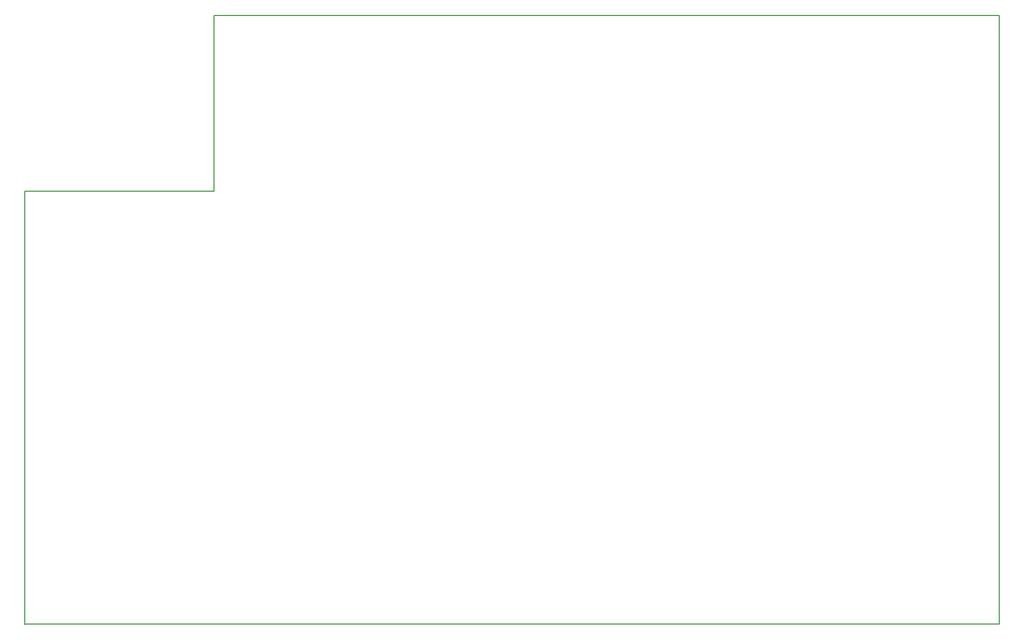
<source format=gbr>
G04 #@! TF.FileFunction,Profile,NP*
%FSLAX46Y46*%
G04 Gerber Fmt 4.6, Leading zero omitted, Abs format (unit mm)*
G04 Created by KiCad (PCBNEW 4.0.7-e2-6376~58~ubuntu16.04.1) date Wed Jul  4 08:34:24 2018*
%MOMM*%
%LPD*%
G01*
G04 APERTURE LIST*
%ADD10C,0.100000*%
%ADD11C,0.150000*%
G04 APERTURE END LIST*
D10*
D11*
X216926480Y-138130280D02*
X87934800Y-138130280D01*
X56911240Y-138127740D02*
X56911240Y-138120120D01*
X87995760Y-138127740D02*
X56911240Y-138127740D01*
X56911240Y-66991220D02*
X56911240Y-138181080D01*
X87934800Y-138130280D02*
X87988140Y-138130280D01*
X87934800Y-38130280D02*
X87934800Y-66991220D01*
X56913780Y-66991220D02*
X87934800Y-66991220D01*
X216926480Y-38130280D02*
X216926480Y-138130280D01*
X87934800Y-38130280D02*
X216926480Y-38130280D01*
M02*

</source>
